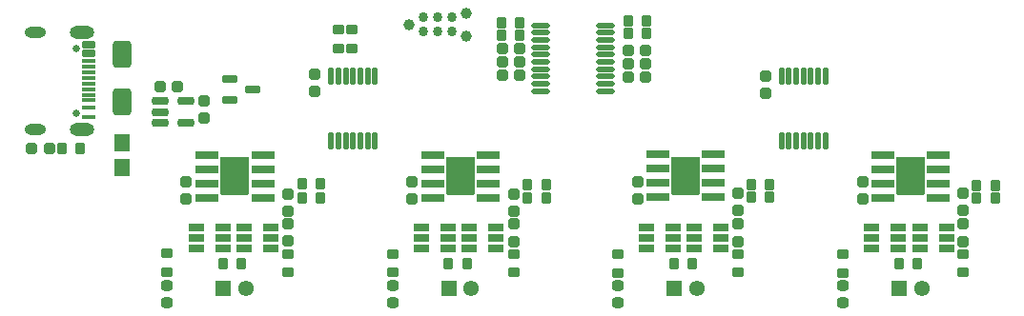
<source format=gbr>
%TF.GenerationSoftware,KiCad,Pcbnew,7.0.2*%
%TF.CreationDate,2023-06-23T11:00:41+02:00*%
%TF.ProjectId,DA_01_0V2_Smart_Battery_Charger,44415f30-315f-4305-9632-5f536d617274,rev?*%
%TF.SameCoordinates,Original*%
%TF.FileFunction,Soldermask,Top*%
%TF.FilePolarity,Negative*%
%FSLAX46Y46*%
G04 Gerber Fmt 4.6, Leading zero omitted, Abs format (unit mm)*
G04 Created by KiCad (PCBNEW 7.0.2) date 2023-06-23 11:00:41*
%MOMM*%
%LPD*%
G01*
G04 APERTURE LIST*
G04 Aperture macros list*
%AMRoundRect*
0 Rectangle with rounded corners*
0 $1 Rounding radius*
0 $2 $3 $4 $5 $6 $7 $8 $9 X,Y pos of 4 corners*
0 Add a 4 corners polygon primitive as box body*
4,1,4,$2,$3,$4,$5,$6,$7,$8,$9,$2,$3,0*
0 Add four circle primitives for the rounded corners*
1,1,$1+$1,$2,$3*
1,1,$1+$1,$4,$5*
1,1,$1+$1,$6,$7*
1,1,$1+$1,$8,$9*
0 Add four rect primitives between the rounded corners*
20,1,$1+$1,$2,$3,$4,$5,0*
20,1,$1+$1,$4,$5,$6,$7,0*
20,1,$1+$1,$6,$7,$8,$9,0*
20,1,$1+$1,$8,$9,$2,$3,0*%
G04 Aperture macros list end*
%ADD10RoundRect,0.140500X-0.677500X-0.102500X0.677500X-0.102500X0.677500X0.102500X-0.677500X0.102500X0*%
%ADD11RoundRect,0.183000X-0.550000X-0.145000X0.550000X-0.145000X0.550000X0.145000X-0.550000X0.145000X0*%
%ADD12RoundRect,0.185500X-0.512500X-0.147500X0.512500X-0.147500X0.512500X0.147500X-0.512500X0.147500X0*%
%ADD13C,0.991000*%
%ADD14C,0.863000*%
%ADD15RoundRect,0.080000X-0.943000X-0.258000X0.943000X-0.258000X0.943000X0.258000X-0.943000X0.258000X0*%
%ADD16RoundRect,0.038000X-1.206500X-1.651000X1.206500X-1.651000X1.206500X1.651000X-1.206500X1.651000X0*%
%ADD17RoundRect,0.188000X-0.525000X-0.150000X0.525000X-0.150000X0.525000X0.150000X-0.525000X0.150000X0*%
%ADD18RoundRect,0.238000X0.275000X-0.200000X0.275000X0.200000X-0.275000X0.200000X-0.275000X-0.200000X0*%
%ADD19RoundRect,0.238000X-0.200000X-0.275000X0.200000X-0.275000X0.200000X0.275000X-0.200000X0.275000X0*%
%ADD20RoundRect,0.263000X-0.225000X-0.250000X0.225000X-0.250000X0.225000X0.250000X-0.225000X0.250000X0*%
%ADD21RoundRect,0.256750X0.256250X-0.218750X0.256250X0.218750X-0.256250X0.218750X-0.256250X-0.218750X0*%
%ADD22RoundRect,0.263000X0.250000X-0.225000X0.250000X0.225000X-0.250000X0.225000X-0.250000X-0.225000X0*%
%ADD23RoundRect,0.238000X0.200000X0.275000X-0.200000X0.275000X-0.200000X-0.275000X0.200000X-0.275000X0*%
%ADD24RoundRect,0.263000X0.225000X0.250000X-0.225000X0.250000X-0.225000X-0.250000X0.225000X-0.250000X0*%
%ADD25RoundRect,0.263000X-0.250000X0.225000X-0.250000X-0.225000X0.250000X-0.225000X0.250000X0.225000X0*%
%ADD26RoundRect,0.140500X0.102500X-0.647500X0.102500X0.647500X-0.102500X0.647500X-0.102500X-0.647500X0*%
%ADD27RoundRect,0.038000X-0.654000X-0.654000X0.654000X-0.654000X0.654000X0.654000X-0.654000X0.654000X0*%
%ADD28C,1.384000*%
%ADD29RoundRect,0.332500X0.480500X-0.870500X0.480500X0.870500X-0.480500X0.870500X-0.480500X-0.870500X0*%
%ADD30C,0.650000*%
%ADD31RoundRect,0.188000X-0.420000X0.150000X-0.420000X-0.150000X0.420000X-0.150000X0.420000X0.150000X0*%
%ADD32RoundRect,0.113000X-0.495000X0.075000X-0.495000X-0.075000X0.495000X-0.075000X0.495000X0.075000X0*%
%ADD33O,2.176000X1.126000*%
%ADD34O,1.876000X0.976000*%
%ADD35RoundRect,0.238000X-0.275000X0.200000X-0.275000X-0.200000X0.275000X-0.200000X0.275000X0.200000X0*%
%ADD36RoundRect,0.038000X0.647700X0.748776X-0.647700X0.748776X-0.647700X-0.748776X0.647700X-0.748776X0*%
G04 APERTURE END LIST*
D10*
%TO.C,U2*%
X147120000Y-72075000D03*
X147120000Y-72725000D03*
X147120000Y-73375000D03*
X147120000Y-74025000D03*
X147120000Y-74675000D03*
X147120000Y-75325000D03*
X147120000Y-75975000D03*
X147120000Y-76625000D03*
X147120000Y-77275000D03*
X147120000Y-77925000D03*
X152880000Y-77925000D03*
X152880000Y-77275000D03*
X152880000Y-76625000D03*
X152880000Y-75975000D03*
X152880000Y-75325000D03*
X152880000Y-74675000D03*
X152880000Y-74025000D03*
X152880000Y-73375000D03*
X152880000Y-72725000D03*
X152880000Y-72075000D03*
%TD*%
D11*
%TO.C,U1*%
X113354654Y-78838517D03*
X113354654Y-79788517D03*
X113354654Y-80738517D03*
X115684654Y-80738517D03*
X115684654Y-78838517D03*
%TD*%
D12*
%TO.C,D2*%
X119583000Y-76850000D03*
X119583000Y-78750000D03*
X121613000Y-77800000D03*
%TD*%
D13*
%TO.C,J2*%
X135460000Y-72000000D03*
X140540000Y-70984000D03*
X140540000Y-73016000D03*
D14*
X136730000Y-72635000D03*
X136730000Y-71365000D03*
X138000000Y-72635000D03*
X138000000Y-71365000D03*
X139270000Y-72635000D03*
X139270000Y-71365000D03*
%TD*%
D15*
%TO.C,U6*%
X137557000Y-83595000D03*
X137557000Y-84865000D03*
X137557000Y-86135000D03*
X137557000Y-87405000D03*
X142507000Y-87405000D03*
X142507000Y-86135000D03*
X142507000Y-84865000D03*
X142507000Y-83595000D03*
D16*
X140032000Y-85500000D03*
%TD*%
D15*
%TO.C,U5*%
X117525000Y-83595000D03*
X117525000Y-84865000D03*
X117525000Y-86135000D03*
X117525000Y-87405000D03*
X122475000Y-87405000D03*
X122475000Y-86135000D03*
X122475000Y-84865000D03*
X122475000Y-83595000D03*
D16*
X120000000Y-85500000D03*
%TD*%
D15*
%TO.C,U8*%
X177525000Y-83595000D03*
X177525000Y-84865000D03*
X177525000Y-86135000D03*
X177525000Y-87405000D03*
X182475000Y-87405000D03*
X182475000Y-86135000D03*
X182475000Y-84865000D03*
X182475000Y-83595000D03*
D16*
X180000000Y-85500000D03*
%TD*%
D15*
%TO.C,U7*%
X157525000Y-83545000D03*
X157525000Y-84815000D03*
X157525000Y-86085000D03*
X157525000Y-87355000D03*
X162475000Y-87355000D03*
X162475000Y-86085000D03*
X162475000Y-84815000D03*
X162475000Y-83545000D03*
D16*
X160000000Y-85450000D03*
%TD*%
D17*
%TO.C,U9*%
X120825000Y-90050000D03*
X120825000Y-91000000D03*
X120825000Y-91950000D03*
X123195000Y-91950000D03*
X123195000Y-91000000D03*
X123195000Y-90050000D03*
%TD*%
%TO.C,U11*%
X160815000Y-90050000D03*
X160815000Y-91000000D03*
X160815000Y-91950000D03*
X163185000Y-91950000D03*
X163185000Y-91000000D03*
X163185000Y-90050000D03*
%TD*%
%TO.C,U12*%
X180815000Y-90050000D03*
X180815000Y-91000000D03*
X180815000Y-91950000D03*
X183185000Y-91950000D03*
X183185000Y-91000000D03*
X183185000Y-90050000D03*
%TD*%
%TO.C,Q3*%
X156565000Y-90050000D03*
X156565000Y-91000000D03*
X156565000Y-91950000D03*
X158935000Y-91950000D03*
X158935000Y-91000000D03*
X158935000Y-90050000D03*
%TD*%
%TO.C,Q4*%
X176565000Y-90050000D03*
X176565000Y-91000000D03*
X176565000Y-91950000D03*
X178935000Y-91950000D03*
X178935000Y-91000000D03*
X178935000Y-90050000D03*
%TD*%
%TO.C,Q2*%
X136565000Y-90050000D03*
X136565000Y-91000000D03*
X136565000Y-91950000D03*
X138935000Y-91950000D03*
X138935000Y-91000000D03*
X138935000Y-90050000D03*
%TD*%
%TO.C,Q1*%
X116575000Y-90050000D03*
X116575000Y-91000000D03*
X116575000Y-91950000D03*
X118945000Y-91950000D03*
X118945000Y-91000000D03*
X118945000Y-90050000D03*
%TD*%
%TO.C,U10*%
X140815000Y-90050000D03*
X140815000Y-91000000D03*
X140815000Y-91950000D03*
X143185000Y-91950000D03*
X143185000Y-91000000D03*
X143185000Y-90050000D03*
%TD*%
D18*
%TO.C,R27*%
X129200000Y-74125000D03*
X129200000Y-72475000D03*
%TD*%
D19*
%TO.C,R11*%
X125975000Y-86200000D03*
X127625000Y-86200000D03*
%TD*%
D18*
%TO.C,R19*%
X144800000Y-94050000D03*
X144800000Y-92400000D03*
%TD*%
D20*
%TO.C,C8*%
X101975000Y-83000000D03*
X103525000Y-83000000D03*
%TD*%
D19*
%TO.C,R1*%
X143675000Y-71850000D03*
X145325000Y-71850000D03*
%TD*%
D20*
%TO.C,C3*%
X154950000Y-74300000D03*
X156500000Y-74300000D03*
%TD*%
D21*
%TO.C,D5*%
X174000000Y-96787500D03*
X174000000Y-95212500D03*
%TD*%
D22*
%TO.C,C16*%
X175750000Y-87525000D03*
X175750000Y-85975000D03*
%TD*%
D23*
%TO.C,R24*%
X160625000Y-93300000D03*
X158975000Y-93300000D03*
%TD*%
D22*
%TO.C,C14*%
X135750000Y-87545000D03*
X135750000Y-85995000D03*
%TD*%
D24*
%TO.C,C6*%
X145275000Y-75300000D03*
X143725000Y-75300000D03*
%TD*%
D25*
%TO.C,C18*%
X144800000Y-87075000D03*
X144800000Y-88625000D03*
%TD*%
D23*
%TO.C,R5*%
X156550000Y-71700000D03*
X154900000Y-71700000D03*
%TD*%
D25*
%TO.C,C7*%
X117250000Y-78800000D03*
X117250000Y-80350000D03*
%TD*%
D20*
%TO.C,C1*%
X154950000Y-76650000D03*
X156500000Y-76650000D03*
%TD*%
D25*
%TO.C,C11*%
X127075000Y-76425000D03*
X127075000Y-77975000D03*
%TD*%
D26*
%TO.C,U4*%
X168550000Y-82385000D03*
X169200000Y-82385000D03*
X169850000Y-82385000D03*
X170500000Y-82385000D03*
X171150000Y-82385000D03*
X171800000Y-82385000D03*
X172450000Y-82385000D03*
X172450000Y-76615000D03*
X171800000Y-76615000D03*
X171150000Y-76615000D03*
X170500000Y-76615000D03*
X169850000Y-76615000D03*
X169200000Y-76615000D03*
X168550000Y-76615000D03*
%TD*%
D23*
%TO.C,R22*%
X120600000Y-93300000D03*
X118950000Y-93300000D03*
%TD*%
D20*
%TO.C,C4*%
X113350000Y-77525000D03*
X114900000Y-77525000D03*
%TD*%
D21*
%TO.C,D3*%
X114000000Y-96787500D03*
X114000000Y-95212500D03*
%TD*%
D25*
%TO.C,C23*%
X164700000Y-89745000D03*
X164700000Y-91295000D03*
%TD*%
%TO.C,C21*%
X124750000Y-89725000D03*
X124750000Y-91275000D03*
%TD*%
D18*
%TO.C,R26*%
X130350000Y-74125000D03*
X130350000Y-72475000D03*
%TD*%
%TO.C,R20*%
X164700000Y-94050000D03*
X164700000Y-92400000D03*
%TD*%
D21*
%TO.C,D4*%
X134000000Y-96787500D03*
X134000000Y-95212500D03*
%TD*%
D24*
%TO.C,C5*%
X145275000Y-76475000D03*
X143725000Y-76475000D03*
%TD*%
D23*
%TO.C,R3*%
X106275000Y-83000000D03*
X104625000Y-83000000D03*
%TD*%
D25*
%TO.C,C20*%
X184700000Y-87025000D03*
X184700000Y-88575000D03*
%TD*%
D27*
%TO.C,J6*%
X179000000Y-95500000D03*
D28*
X181000000Y-95500000D03*
%TD*%
D19*
%TO.C,R15*%
X165850000Y-86225000D03*
X167500000Y-86225000D03*
%TD*%
D25*
%TO.C,C12*%
X167125000Y-76600000D03*
X167125000Y-78150000D03*
%TD*%
D23*
%TO.C,R23*%
X140600000Y-93300000D03*
X138950000Y-93300000D03*
%TD*%
D21*
%TO.C,D6*%
X154000000Y-96787500D03*
X154000000Y-95212500D03*
%TD*%
D29*
%TO.C,D1*%
X110000000Y-78885000D03*
X110000000Y-74615000D03*
%TD*%
D25*
%TO.C,C19*%
X164700000Y-87025000D03*
X164700000Y-88575000D03*
%TD*%
D19*
%TO.C,R16*%
X185850000Y-87425000D03*
X187500000Y-87425000D03*
%TD*%
D30*
%TO.C,J1*%
X105930000Y-74110000D03*
X105930000Y-79890000D03*
D31*
X107000000Y-73800000D03*
X107000000Y-74600000D03*
D32*
X107000000Y-75750000D03*
X107000000Y-76750000D03*
X107000000Y-77250000D03*
X107000000Y-78250000D03*
X107000000Y-80200000D03*
X107000000Y-79400000D03*
X107000000Y-78750000D03*
X107000000Y-77750000D03*
X107000000Y-76250000D03*
X107000000Y-75250000D03*
D33*
X106430000Y-72680000D03*
X106430000Y-81320000D03*
D34*
X102250000Y-72680000D03*
X102250000Y-81320000D03*
%TD*%
D23*
%TO.C,R25*%
X180625000Y-93300000D03*
X178975000Y-93300000D03*
%TD*%
D19*
%TO.C,R17*%
X185850000Y-86300000D03*
X187500000Y-86300000D03*
%TD*%
D18*
%TO.C,R21*%
X184700000Y-94050000D03*
X184700000Y-92400000D03*
%TD*%
D25*
%TO.C,C17*%
X124750000Y-87075000D03*
X124750000Y-88625000D03*
%TD*%
D35*
%TO.C,R9*%
X154000000Y-92450000D03*
X154000000Y-94100000D03*
%TD*%
D19*
%TO.C,R10*%
X125976453Y-87393054D03*
X127626453Y-87393054D03*
%TD*%
D25*
%TO.C,C22*%
X144800000Y-89745000D03*
X144800000Y-91295000D03*
%TD*%
D35*
%TO.C,R6*%
X114000000Y-92375000D03*
X114000000Y-94025000D03*
%TD*%
D27*
%TO.C,J4*%
X139000000Y-95500000D03*
D28*
X141000000Y-95500000D03*
%TD*%
D27*
%TO.C,J3*%
X119000000Y-95500000D03*
D28*
X121000000Y-95500000D03*
%TD*%
D20*
%TO.C,C10*%
X143725000Y-74125000D03*
X145275000Y-74125000D03*
%TD*%
D23*
%TO.C,R4*%
X156550000Y-72825000D03*
X154900000Y-72825000D03*
%TD*%
D26*
%TO.C,U3*%
X128550000Y-82385000D03*
X129200000Y-82385000D03*
X129850000Y-82385000D03*
X130500000Y-82385000D03*
X131150000Y-82385000D03*
X131800000Y-82385000D03*
X132450000Y-82385000D03*
X132450000Y-76615000D03*
X131800000Y-76615000D03*
X131150000Y-76615000D03*
X130500000Y-76615000D03*
X129850000Y-76615000D03*
X129200000Y-76615000D03*
X128550000Y-76615000D03*
%TD*%
D18*
%TO.C,R18*%
X124750000Y-94050000D03*
X124750000Y-92400000D03*
%TD*%
D25*
%TO.C,C24*%
X184700000Y-89745000D03*
X184700000Y-91295000D03*
%TD*%
D19*
%TO.C,R13*%
X145975000Y-86275000D03*
X147625000Y-86275000D03*
%TD*%
D22*
%TO.C,C15*%
X155750000Y-87525000D03*
X155750000Y-85975000D03*
%TD*%
D19*
%TO.C,R2*%
X143675000Y-72975000D03*
X145325000Y-72975000D03*
%TD*%
D35*
%TO.C,R8*%
X174000000Y-92450000D03*
X174000000Y-94100000D03*
%TD*%
D19*
%TO.C,R14*%
X165850000Y-87350000D03*
X167500000Y-87350000D03*
%TD*%
D35*
%TO.C,R7*%
X134000000Y-92425000D03*
X134000000Y-94075000D03*
%TD*%
D27*
%TO.C,J5*%
X159000000Y-95500000D03*
D28*
X161000000Y-95500000D03*
%TD*%
D20*
%TO.C,C2*%
X154950000Y-75475000D03*
X156500000Y-75475000D03*
%TD*%
D19*
%TO.C,R12*%
X145975000Y-87400000D03*
X147625000Y-87400000D03*
%TD*%
D36*
%TO.C,C9*%
X110000000Y-84710848D03*
X110000000Y-82500000D03*
%TD*%
D22*
%TO.C,C13*%
X115675000Y-87550000D03*
X115675000Y-86000000D03*
%TD*%
M02*

</source>
